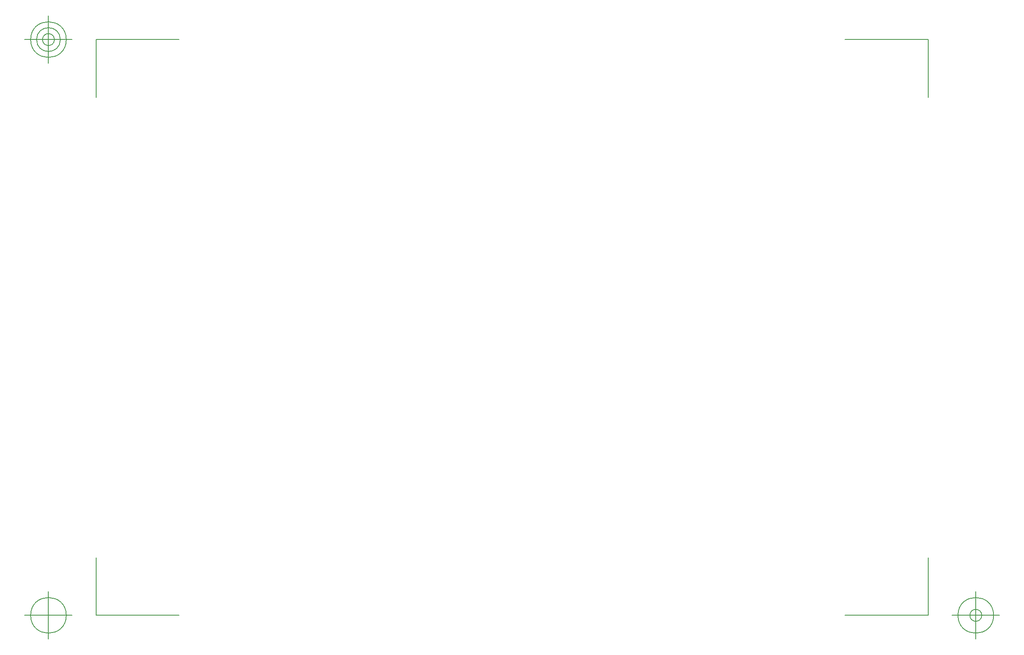
<source format=gbr>
G04 Generated by Ultiboard 14.0 *
%FSLAX24Y24*%
%MOIN*%

%ADD10C,0.0001*%
%ADD11C,0.0050*%


G04 ColorRGB FF14FF for the following layer *
%LNSilkscreen Bottom*%
%LPD*%
G54D10*
G54D11*
X-100Y-100D02*
X-100Y4670D01*
X-100Y-100D02*
X6795Y-100D01*
X68850Y-100D02*
X61955Y-100D01*
X68850Y-100D02*
X68850Y4670D01*
X68850Y47600D02*
X68850Y42830D01*
X68850Y47600D02*
X61955Y47600D01*
X-100Y47600D02*
X6795Y47600D01*
X-100Y47600D02*
X-100Y42830D01*
X-2069Y-100D02*
X-6006Y-100D01*
X-4037Y-2069D02*
X-4037Y1869D01*
X-5513Y-100D02*
G75*
D01*
G02X-5513Y-100I1476J0*
G01*
X70819Y-100D02*
X74756Y-100D01*
X72787Y-2069D02*
X72787Y1869D01*
X71311Y-100D02*
G75*
D01*
G02X71311Y-100I1476J0*
G01*
X72295Y-100D02*
G75*
D01*
G02X72295Y-100I492J0*
G01*
X-2069Y47600D02*
X-6006Y47600D01*
X-4037Y45631D02*
X-4037Y49569D01*
X-5513Y47600D02*
G75*
D01*
G02X-5513Y47600I1476J0*
G01*
X-5021Y47600D02*
G75*
D01*
G02X-5021Y47600I984J0*
G01*
X-4529Y47600D02*
G75*
D01*
G02X-4529Y47600I492J0*
G01*

M02*

</source>
